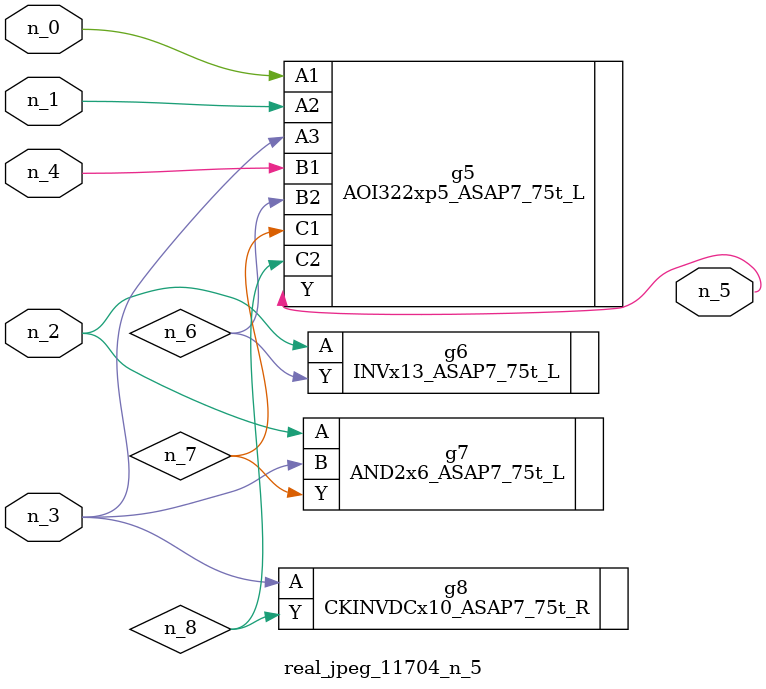
<source format=v>
module real_jpeg_11704_n_5 (n_4, n_0, n_1, n_2, n_3, n_5);

input n_4;
input n_0;
input n_1;
input n_2;
input n_3;

output n_5;

wire n_8;
wire n_6;
wire n_7;

AOI322xp5_ASAP7_75t_L g5 ( 
.A1(n_0),
.A2(n_1),
.A3(n_3),
.B1(n_4),
.B2(n_6),
.C1(n_7),
.C2(n_8),
.Y(n_5)
);

INVx13_ASAP7_75t_L g6 ( 
.A(n_2),
.Y(n_6)
);

AND2x6_ASAP7_75t_L g7 ( 
.A(n_2),
.B(n_3),
.Y(n_7)
);

CKINVDCx10_ASAP7_75t_R g8 ( 
.A(n_3),
.Y(n_8)
);


endmodule
</source>
